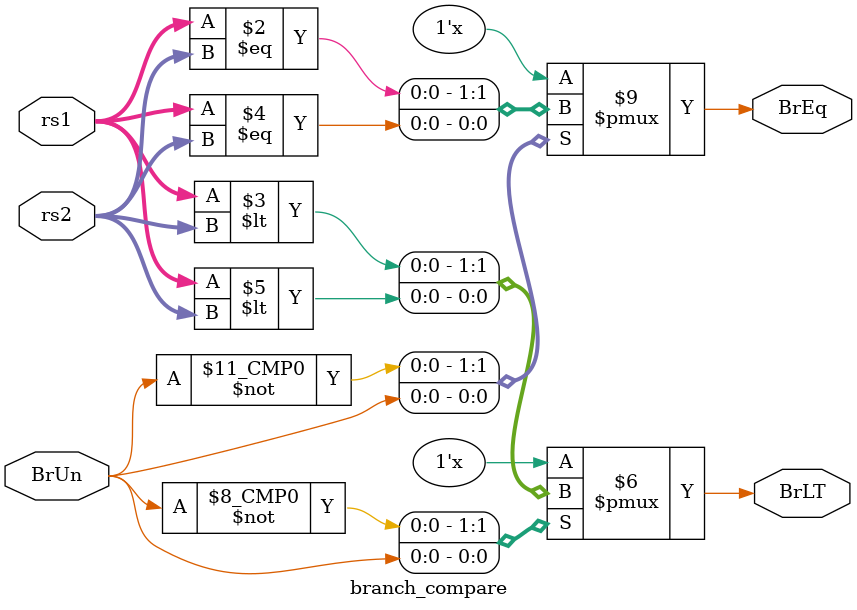
<source format=v>
module branch_compare #(
    parameter WIDTH=32
) (
    input[WIDTH-1:0] rs1,
    input[WIDTH-1:0] rs2,
    input BrUn,
    output reg BrEq,
    output reg BrLT);
    
    always @(*) begin
        case (BrUn)
            0:begin
                BrEq=$signed(rs1)==$signed(rs2);
                BrLT=$signed(rs1)<$signed(rs2);
            end
            1:begin
                BrEq=$unsigned(rs1)==$unsigned(rs2);
                BrLT=$unsigned(rs1)<$unsigned(rs2);
            end  
 
        endcase
    end
    
endmodule

</source>
